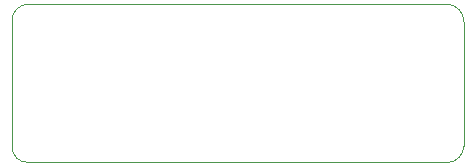
<source format=gm1>
G04 #@! TF.GenerationSoftware,KiCad,Pcbnew,(6.0.11-0)*
G04 #@! TF.CreationDate,2023-02-20T23:18:05+08:00*
G04 #@! TF.ProjectId,ublaster_jtag,75626c61-7374-4657-925f-6a7461672e6b,rev?*
G04 #@! TF.SameCoordinates,Original*
G04 #@! TF.FileFunction,Profile,NP*
%FSLAX46Y46*%
G04 Gerber Fmt 4.6, Leading zero omitted, Abs format (unit mm)*
G04 Created by KiCad (PCBNEW (6.0.11-0)) date 2023-02-20 23:18:05*
%MOMM*%
%LPD*%
G01*
G04 APERTURE LIST*
G04 #@! TA.AperFunction,Profile*
%ADD10C,0.100000*%
G04 #@! TD*
G04 APERTURE END LIST*
D10*
X10134600Y-3150160D02*
G75*
G03*
X8699672Y-4495800I-67238J-1366190D01*
G01*
X10134600Y-3150162D02*
X45616582Y-3150162D01*
X8712213Y-15176916D02*
G75*
G03*
X10109200Y-16535400I1296996J-63776D01*
G01*
X46964600Y-4609274D02*
X46964600Y-15150836D01*
X45643802Y-16535433D02*
G75*
G03*
X46964600Y-15150836I-87602J1405833D01*
G01*
X46964642Y-4609274D02*
G75*
G03*
X45616582Y-3150162I-1452242J10574D01*
G01*
X8699672Y-4495800D02*
X8712213Y-15176916D01*
X10109200Y-16535400D02*
X45643800Y-16535400D01*
M02*

</source>
